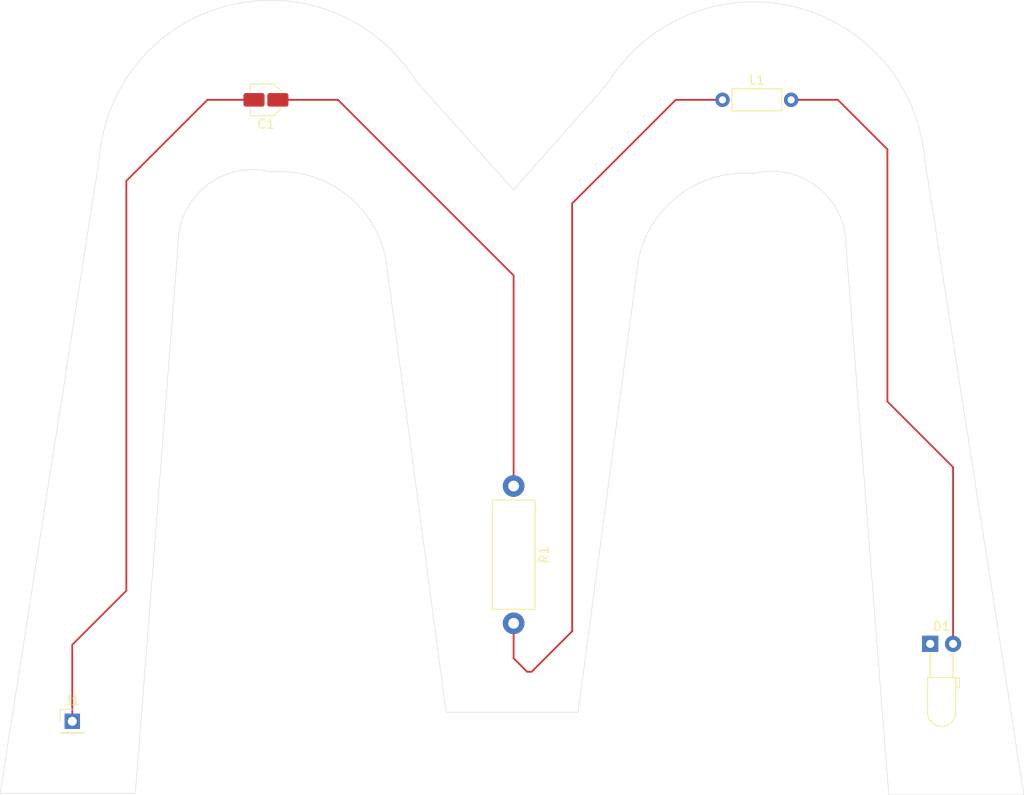
<source format=kicad_pcb>
(kicad_pcb (version 20240108) (generator "pcbnew") (generator_version "8.0")
  (layers (0 "F.Cu" signal) (31 "B.Cu" signal) (34 "B.Paste" user) (35 "F.Paste" user) (36 "B.SilkS" user "B.Silkscreen") (37 "F.SilkS" user "F.Silkscreen") (38 "B.Mask" user) (39 "F.Mask" user) (44 "Edge.Cuts" user))
  (net 0 "")
  (net 1 "Net-(C1-Pad1)")
  (net 2 "Net-(J1-Pin_1)")
  (net 3 "Net-(D1-A)")
  (net 4 "GND")
  (net 5 "Net-(L1-Pad1)")
  (footprint "Connector_PinHeader_2.54mm:PinHeader_1x01_P2.54mm_Vertical" (layer "F.Cu") (at 70.5 137)
    (property "Reference" "J1" (at 0 -2.33 0) (layer "F.SilkS"))
    (property "Value" "Conn_01x01_Pin")
    (fp_line (start -1.33 -1.33) (end 0 -1.33) (stroke (width 0.12)) (layer "F.SilkS"))
    (fp_line (start -1.33 0) (end -1.33 -1.33) (stroke (width 0.12)) (layer "F.SilkS"))
    (fp_line (start -1.33 1.27) (end -1.33 1.33) (stroke (width 0.12)) (layer "F.SilkS"))
    (fp_line (start -1.33 1.27) (end 1.33 1.27) (stroke (width 0.12)) (layer "F.SilkS"))
    (fp_line (start -1.33 1.33) (end 1.33 1.33) (stroke (width 0.12)) (layer "F.SilkS"))
    (fp_line (start 1.33 1.27) (end 1.33 1.33) (stroke (width 0.12)) (layer "F.SilkS"))
    (pad "1" thru_hole rect (at 0 0) (size 1.7 1.7) (drill 1) (layers "*.Cu" "*.Mask") (net 2 "Net-(J1-Pin_1)"))
  )
  (footprint "Inductor_THT:L_Axial_L5.3mm_D2.2mm_P7.62mm_Horizontal_Vishay_IM-1" (layer "F.Cu") (at 142.69 68)
    (property "Reference" "L1" (at 3.81 -2.22 0) (layer "F.SilkS"))
    (property "Value" "L")
    (fp_line (start 1.04 -1.22) (end 1.04 1.22) (stroke (width 0.12)) (layer "F.SilkS"))
    (fp_line (start 1.04 1.22) (end 6.58 1.22) (stroke (width 0.12)) (layer "F.SilkS"))
    (fp_line (start 6.58 -1.22) (end 1.04 -1.22) (stroke (width 0.12)) (layer "F.SilkS"))
    (fp_line (start 6.58 1.22) (end 6.58 -1.22) (stroke (width 0.12)) (layer "F.SilkS"))
    (pad "1" thru_hole circle (at 0 0) (size 1.6 1.6) (drill 0.8) (layers "*.Cu" "*.Mask") (net 5 "Net-(L1-Pad1)"))
    (pad "2" thru_hole oval (at 7.62 0) (size 1.6 1.6) (drill 0.8) (layers "*.Cu" "*.Mask") (net 3 "Net-(D1-A)"))
  )
  (footprint "LED_THT:LED_D3.0mm_Horizontal_O3.81mm_Z6.0mm" (layer "F.Cu") (at 165.75 128.4)
    (property "Reference" "D1" (at 1.27 -1.96 0) (layer "F.SilkS"))
    (property "Value" "LED")
    (fp_line (start -0.29 3.75) (end -0.29 7.61) (stroke (width 0.12)) (layer "F.SilkS"))
    (fp_line (start -0.29 3.75) (end 2.83 3.75) (stroke (width 0.12)) (layer "F.SilkS"))
    (fp_line (start 0 1.08) (end 0 1.08) (stroke (width 0.12)) (layer "F.SilkS"))
    (fp_line (start 0 1.08) (end 0 3.75) (stroke (width 0.12)) (layer "F.SilkS"))
    (fp_line (start 0 3.75) (end 0 1.08) (stroke (width 0.12)) (layer "F.SilkS"))
    (fp_line (start 0 3.75) (end 0 3.75) (stroke (width 0.12)) (layer "F.SilkS"))
    (fp_line (start 2.54 1.08) (end 2.54 1.08) (stroke (width 0.12)) (layer "F.SilkS"))
    (fp_line (start 2.54 1.08) (end 2.54 3.75) (stroke (width 0.12)) (layer "F.SilkS"))
    (fp_line (start 2.54 3.75) (end 2.54 1.08) (stroke (width 0.12)) (layer "F.SilkS"))
    (fp_line (start 2.54 3.75) (end 2.54 3.75) (stroke (width 0.12)) (layer "F.SilkS"))
    (fp_line (start 2.83 3.75) (end 2.83 7.61) (stroke (width 0.12)) (layer "F.SilkS"))
    (fp_line (start 2.83 3.75) (end 3.23 3.75) (stroke (width 0.12)) (layer "F.SilkS"))
    (fp_line (start 2.83 4.87) (end 2.83 3.75) (stroke (width 0.12)) (layer "F.SilkS"))
    (fp_line (start 3.23 3.75) (end 3.23 4.87) (stroke (width 0.12)) (layer "F.SilkS"))
    (fp_line (start 3.23 4.87) (end 2.83 4.87) (stroke (width 0.12)) (layer "F.SilkS"))
    (fp_arc (start 2.83 7.61) (mid 1.27 9.17) (end -0.29 7.61) (stroke (width 0.12)) (layer "F.SilkS"))
    (pad "1" thru_hole rect (at 0 0) (size 1.8 1.8) (drill 0.9) (layers "*.Cu" "*.Mask") (net 4 "GND"))
    (pad "2" thru_hole circle (at 2.54 0) (size 1.8 1.8) (drill 0.9) (layers "*.Cu" "*.Mask") (net 3 "Net-(D1-A)"))
  )
  (footprint "Capacitor_SMD:C_Elec_3x5.4" (layer "F.Cu") (at 92 68 180)
    (property "Reference" "C1" (at 0 -2.7 360) (layer "F.SilkS"))
    (property "Value" "C")
    (fp_line (start 1.76 1.76) (end 1.76 1.01) (stroke (width 0.12)) (layer "F.SilkS"))
    (fp_line (start 1.76 -1.76) (end 1.76 -1.01) (stroke (width 0.12)) (layer "F.SilkS"))
    (fp_line (start -0.870563 1.76) (end 1.76 1.76) (stroke (width 0.12)) (layer "F.SilkS"))
    (fp_line (start -0.870563 -1.76) (end 1.76 -1.76) (stroke (width 0.12)) (layer "F.SilkS"))
    (fp_line (start -1.620563 1.01) (end -0.870563 1.76) (stroke (width 0.12)) (layer "F.SilkS"))
    (fp_line (start -1.620563 -1.01) (end -0.870563 -1.76) (stroke (width 0.12)) (layer "F.SilkS"))
    (pad "1" smd roundrect (at -1.325 0 180) (size 2.35 1.5) (layers "F.Cu" "F.Paste" "F.Mask") (roundrect_rratio 0.166667) (net 1 "Net-(C1-Pad1)"))
    (pad "2" smd roundrect (at 1.325 0 180) (size 2.35 1.5) (layers "F.Cu" "F.Paste" "F.Mask") (roundrect_rratio 0.166667) (net 2 "Net-(J1-Pin_1)"))
  )
  (footprint "Resistor_THT:R_Axial_DIN0414_L11.9mm_D4.5mm_P15.24mm_Horizontal" (layer "F.Cu") (at 119.5 110.88 -90)
    (property "Reference" "R1" (at 7.62 -3.37 90) (layer "F.SilkS"))
    (property "Value" "R")
    (fp_line (start 1.55 2.37) (end 13.69 2.37) (stroke (width 0.12)) (layer "F.SilkS"))
    (fp_line (start 13.69 2.37) (end 13.69 -2.37) (stroke (width 0.12)) (layer "F.SilkS"))
    (fp_line (start 1.44 0) (end 1.55 0) (stroke (width 0.12)) (layer "F.SilkS"))
    (fp_line (start 13.8 0) (end 13.69 0) (stroke (width 0.12)) (layer "F.SilkS"))
    (fp_line (start 1.55 -2.37) (end 1.55 2.37) (stroke (width 0.12)) (layer "F.SilkS"))
    (fp_line (start 13.69 -2.37) (end 1.55 -2.37) (stroke (width 0.12)) (layer "F.SilkS"))
    (pad "1" thru_hole circle (at 0 0 270) (size 2.4 2.4) (drill 1.2) (layers "*.Cu" "*.Mask") (net 1 "Net-(C1-Pad1)"))
    (pad "2" thru_hole oval (at 15.24 0 270) (size 2.4 2.4) (drill 1.2) (layers "*.Cu" "*.Mask") (net 5 "Net-(L1-Pad1)"))
  )
  (gr_arc (start 129.922021 66.191941) (mid 136.20878 59.922086) (end 144.653877 57.180777) (stroke (width 0.05)) (layer "Edge.Cuts"))
  (gr_line (start 119.5 78) (end 129.922021 66.191941) (stroke (width 0.05)) (layer "Edge.Cuts"))
  (gr_line (start 62.5 145) (end 77.5 145) (stroke (width 0.05)) (layer "Edge.Cuts"))
  (gr_line (start 105.307754 85.638449) (end 112 136) (stroke (width 0.05)) (layer "Edge.Cuts"))
  (gr_line (start 133.346123 85.819224) (end 126.653877 136) (stroke (width 0.05)) (layer "Edge.Cuts"))
  (gr_arc (start 94 57.000002) (mid 102.445097 59.741311) (end 108.731856 66.011166) (stroke (width 0.05)) (layer "Edge.Cuts"))
  (gr_line (start 82.253789 84) (end 77.5 145) (stroke (width 0.05)) (layer "Edge.Cuts"))
  (gr_line (start 165.153877 74.680775) (end 176.153877 145.180775) (stroke (width 0.05)) (layer "Edge.Cuts"))
  (gr_line (start 156.400088 84.180775) (end 161.153877 145.180775) (stroke (width 0.05)) (layer "Edge.Cuts"))
  (gr_line (start 176.153877 145.180775) (end 161.153877 145.180775) (stroke (width 0.05)) (layer "Edge.Cuts"))
  (gr_line (start 119.5 78) (end 108.731856 66.011166) (stroke (width 0.05)) (layer "Edge.Cuts"))
  (gr_line (start 112 136) (end 126.653877 136) (stroke (width 0.05)) (layer "Edge.Cuts"))
  (gr_line (start 73.5 74.5) (end 62.5 145) (stroke (width 0.05)) (layer "Edge.Cuts"))
  (gr_arc (start 73.5 74.5) (mid 80.125632 61.504312) (end 94 57.000001) (stroke (width 0.05)) (layer "Edge.Cuts"))
  (gr_arc (start 144.653877 57.180776) (mid 158.528245 61.685087) (end 165.153877 74.680775) (stroke (width 0.05)) (layer "Edge.Cuts"))
  (gr_arc (start 146.153877 76.180775) (mid 153.228696 77.681067) (end 156.400088 84.180775) (stroke (width 0.05)) (layer "Edge.Cuts"))
  (gr_arc (start 92.5 76.000001) (mid 100.740636 78.378505) (end 105.307754 85.638449) (stroke (width 0.05)) (layer "Edge.Cuts"))
  (gr_arc (start 82.253789 84) (mid 85.425181 77.500292) (end 92.5 76) (stroke (width 0.05)) (layer "Edge.Cuts"))
  (gr_arc (start 133.346123 85.819224) (mid 137.913241 78.55928) (end 146.153877 76.180776) (stroke (width 0.05)) (layer "Edge.Cuts"))
  (segment (start 100 68) (end 119.5 87.5) (width 0.2) (layer "F.Cu") (net 1))
  (segment (start 119.5 87.5) (end 119.5 110.88) (width 0.2) (layer "F.Cu") (net 1))
  (segment (start 93.325 68) (end 100 68) (width 0.2) (layer "F.Cu") (net 1))
  (segment (start 76.5 77) (end 85.5 68) (width 0.2) (layer "F.Cu") (net 2))
  (segment (start 70.5 128.5) (end 76.5 122.5) (width 0.2) (layer "F.Cu") (net 2))
  (segment (start 85.5 68) (end 90.675 68) (width 0.2) (layer "F.Cu") (net 2))
  (segment (start 76.5 122.5) (end 76.5 77) (width 0.2) (layer "F.Cu") (net 2))
  (segment (start 70.5 137) (end 70.5 128.5) (width 0.2) (layer "F.Cu") (net 2))
  (segment (start 155.5 68) (end 161 73.5) (width 0.2) (layer "F.Cu") (net 3))
  (segment (start 168.29 108.79) (end 168.29 128.4) (width 0.2) (layer "F.Cu") (net 3))
  (segment (start 161 73.5) (end 161 101.5) (width 0.2) (layer "F.Cu") (net 3))
  (segment (start 150.31 68) (end 155.5 68) (width 0.2) (layer "F.Cu") (net 3))
  (segment (start 161 101.5) (end 168.29 108.79) (width 0.2) (layer "F.Cu") (net 3))
  (segment (start 119.5 126.12) (end 119.5 130) (width 0.2) (layer "F.Cu") (net 5))
  (segment (start 119.5 130) (end 121 131.5) (width 0.2) (layer "F.Cu") (net 5))
  (segment (start 121.5 131.5) (end 126 127) (width 0.2) (layer "F.Cu") (net 5))
  (segment (start 126 79.5) (end 137.5 68) (width 0.2) (layer "F.Cu") (net 5))
  (segment (start 121 131.5) (end 121.5 131.5) (width 0.2) (layer "F.Cu") (net 5))
  (segment (start 137.5 68) (end 142.69 68) (width 0.2) (layer "F.Cu") (net 5))
  (segment (start 126 127) (end 126 79.5) (width 0.2) (layer "F.Cu") (net 5))
)
</source>
